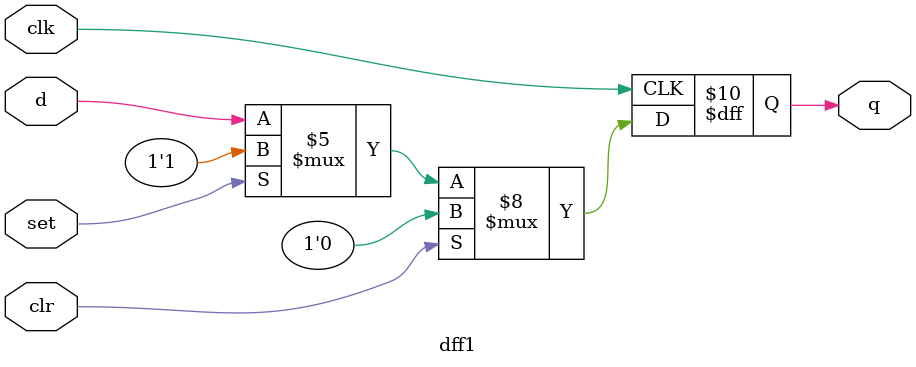
<source format=v>
`timescale 1ns / 1ps
module dff1(
    input clk,
    input clr,
	 input set,
    input d,
    output reg q
    );

always@(posedge clk)
begin
	if(clr == 1) 
		q <= 0;
	else if(set == 1)
	   q <= 1;
	else 
		q <= d;
end

endmodule

</source>
